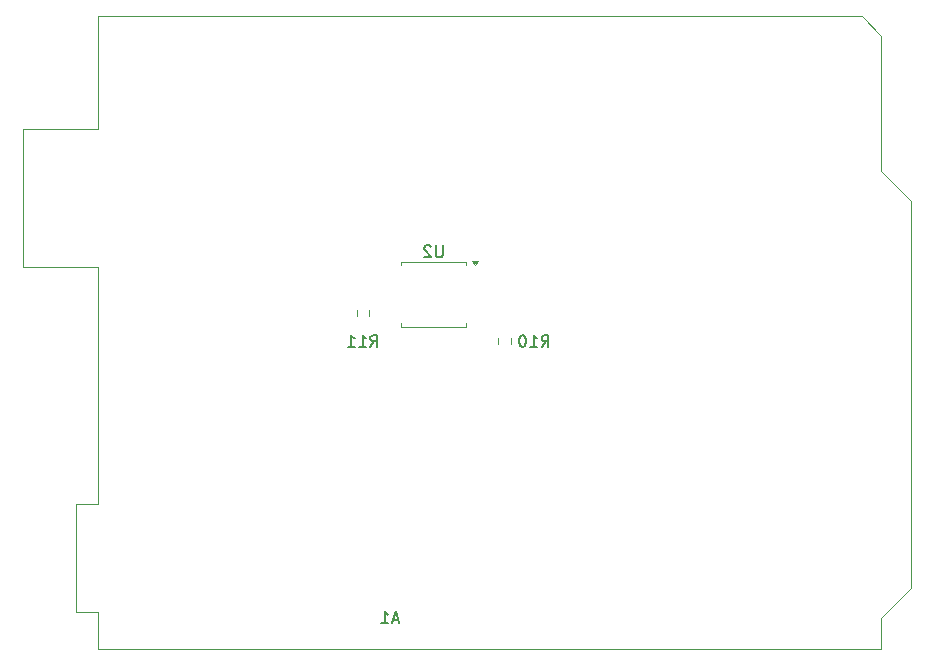
<source format=gbo>
%TF.GenerationSoftware,KiCad,Pcbnew,8.0.5*%
%TF.CreationDate,2024-09-24T00:06:34+02:00*%
%TF.ProjectId,PicoShield,5069636f-5368-4696-956c-642e6b696361,rev?*%
%TF.SameCoordinates,Original*%
%TF.FileFunction,Legend,Bot*%
%TF.FilePolarity,Positive*%
%FSLAX46Y46*%
G04 Gerber Fmt 4.6, Leading zero omitted, Abs format (unit mm)*
G04 Created by KiCad (PCBNEW 8.0.5) date 2024-09-24 00:06:34*
%MOMM*%
%LPD*%
G01*
G04 APERTURE LIST*
%ADD10C,0.150000*%
%ADD11C,0.120000*%
G04 APERTURE END LIST*
D10*
X141506485Y-76572304D02*
X141030295Y-76572304D01*
X141601723Y-76858019D02*
X141268390Y-75858019D01*
X141268390Y-75858019D02*
X140935057Y-76858019D01*
X140077914Y-76858019D02*
X140649342Y-76858019D01*
X140363628Y-76858019D02*
X140363628Y-75858019D01*
X140363628Y-75858019D02*
X140458866Y-76000876D01*
X140458866Y-76000876D02*
X140554104Y-76096114D01*
X140554104Y-76096114D02*
X140649342Y-76143733D01*
X145261904Y-44864819D02*
X145261904Y-45674342D01*
X145261904Y-45674342D02*
X145214285Y-45769580D01*
X145214285Y-45769580D02*
X145166666Y-45817200D01*
X145166666Y-45817200D02*
X145071428Y-45864819D01*
X145071428Y-45864819D02*
X144880952Y-45864819D01*
X144880952Y-45864819D02*
X144785714Y-45817200D01*
X144785714Y-45817200D02*
X144738095Y-45769580D01*
X144738095Y-45769580D02*
X144690476Y-45674342D01*
X144690476Y-45674342D02*
X144690476Y-44864819D01*
X144261904Y-44960057D02*
X144214285Y-44912438D01*
X144214285Y-44912438D02*
X144119047Y-44864819D01*
X144119047Y-44864819D02*
X143880952Y-44864819D01*
X143880952Y-44864819D02*
X143785714Y-44912438D01*
X143785714Y-44912438D02*
X143738095Y-44960057D01*
X143738095Y-44960057D02*
X143690476Y-45055295D01*
X143690476Y-45055295D02*
X143690476Y-45150533D01*
X143690476Y-45150533D02*
X143738095Y-45293390D01*
X143738095Y-45293390D02*
X144309523Y-45864819D01*
X144309523Y-45864819D02*
X143690476Y-45864819D01*
X139142857Y-53454819D02*
X139476190Y-52978628D01*
X139714285Y-53454819D02*
X139714285Y-52454819D01*
X139714285Y-52454819D02*
X139333333Y-52454819D01*
X139333333Y-52454819D02*
X139238095Y-52502438D01*
X139238095Y-52502438D02*
X139190476Y-52550057D01*
X139190476Y-52550057D02*
X139142857Y-52645295D01*
X139142857Y-52645295D02*
X139142857Y-52788152D01*
X139142857Y-52788152D02*
X139190476Y-52883390D01*
X139190476Y-52883390D02*
X139238095Y-52931009D01*
X139238095Y-52931009D02*
X139333333Y-52978628D01*
X139333333Y-52978628D02*
X139714285Y-52978628D01*
X138190476Y-53454819D02*
X138761904Y-53454819D01*
X138476190Y-53454819D02*
X138476190Y-52454819D01*
X138476190Y-52454819D02*
X138571428Y-52597676D01*
X138571428Y-52597676D02*
X138666666Y-52692914D01*
X138666666Y-52692914D02*
X138761904Y-52740533D01*
X137238095Y-53454819D02*
X137809523Y-53454819D01*
X137523809Y-53454819D02*
X137523809Y-52454819D01*
X137523809Y-52454819D02*
X137619047Y-52597676D01*
X137619047Y-52597676D02*
X137714285Y-52692914D01*
X137714285Y-52692914D02*
X137809523Y-52740533D01*
X153642857Y-53454819D02*
X153976190Y-52978628D01*
X154214285Y-53454819D02*
X154214285Y-52454819D01*
X154214285Y-52454819D02*
X153833333Y-52454819D01*
X153833333Y-52454819D02*
X153738095Y-52502438D01*
X153738095Y-52502438D02*
X153690476Y-52550057D01*
X153690476Y-52550057D02*
X153642857Y-52645295D01*
X153642857Y-52645295D02*
X153642857Y-52788152D01*
X153642857Y-52788152D02*
X153690476Y-52883390D01*
X153690476Y-52883390D02*
X153738095Y-52931009D01*
X153738095Y-52931009D02*
X153833333Y-52978628D01*
X153833333Y-52978628D02*
X154214285Y-52978628D01*
X152690476Y-53454819D02*
X153261904Y-53454819D01*
X152976190Y-53454819D02*
X152976190Y-52454819D01*
X152976190Y-52454819D02*
X153071428Y-52597676D01*
X153071428Y-52597676D02*
X153166666Y-52692914D01*
X153166666Y-52692914D02*
X153261904Y-52740533D01*
X152071428Y-52454819D02*
X151976190Y-52454819D01*
X151976190Y-52454819D02*
X151880952Y-52502438D01*
X151880952Y-52502438D02*
X151833333Y-52550057D01*
X151833333Y-52550057D02*
X151785714Y-52645295D01*
X151785714Y-52645295D02*
X151738095Y-52835771D01*
X151738095Y-52835771D02*
X151738095Y-53073866D01*
X151738095Y-53073866D02*
X151785714Y-53264342D01*
X151785714Y-53264342D02*
X151833333Y-53359580D01*
X151833333Y-53359580D02*
X151880952Y-53407200D01*
X151880952Y-53407200D02*
X151976190Y-53454819D01*
X151976190Y-53454819D02*
X152071428Y-53454819D01*
X152071428Y-53454819D02*
X152166666Y-53407200D01*
X152166666Y-53407200D02*
X152214285Y-53359580D01*
X152214285Y-53359580D02*
X152261904Y-53264342D01*
X152261904Y-53264342D02*
X152309523Y-53073866D01*
X152309523Y-53073866D02*
X152309523Y-52835771D01*
X152309523Y-52835771D02*
X152261904Y-52645295D01*
X152261904Y-52645295D02*
X152214285Y-52550057D01*
X152214285Y-52550057D02*
X152166666Y-52502438D01*
X152166666Y-52502438D02*
X152071428Y-52454819D01*
D11*
%TO.C,A1*%
X109725000Y-35003200D02*
X116075000Y-35003200D01*
X109725000Y-46683200D02*
X109725000Y-35003200D01*
X114175000Y-66753200D02*
X116075000Y-66753200D01*
X114175000Y-75893200D02*
X114175000Y-66753200D01*
X116075000Y-25473200D02*
X180725000Y-25473200D01*
X116075000Y-35003200D02*
X116075000Y-25473200D01*
X116075000Y-46683200D02*
X109725000Y-46683200D01*
X116075000Y-66753200D02*
X116075000Y-46683200D01*
X116075000Y-75893200D02*
X114175000Y-75893200D01*
X116075000Y-79073200D02*
X116075000Y-75893200D01*
X180725000Y-25473200D02*
X182375000Y-27123200D01*
X182375000Y-27123200D02*
X182375000Y-38553200D01*
X182375000Y-38553200D02*
X184915000Y-41093200D01*
X182375000Y-76403200D02*
X182375000Y-79073200D01*
X182375000Y-79073200D02*
X116075000Y-79073200D01*
X184915000Y-41093200D02*
X184915000Y-73863200D01*
X184915000Y-73863200D02*
X182375000Y-76403200D01*
%TO.C,U2*%
X141752500Y-46252500D02*
X144500000Y-46252500D01*
X141752500Y-46535000D02*
X141752500Y-46252500D01*
X141752500Y-51465000D02*
X141752500Y-51747500D01*
X141752500Y-51747500D02*
X144500000Y-51747500D01*
X147247500Y-46252500D02*
X144500000Y-46252500D01*
X147247500Y-46535000D02*
X147247500Y-46252500D01*
X147247500Y-51465000D02*
X147247500Y-51747500D01*
X147247500Y-51747500D02*
X144500000Y-51747500D01*
X148018750Y-46535000D02*
X147778750Y-46205000D01*
X148258750Y-46205000D01*
X148018750Y-46535000D01*
G36*
X148018750Y-46535000D02*
G01*
X147778750Y-46205000D01*
X148258750Y-46205000D01*
X148018750Y-46535000D01*
G37*
%TO.C,R11*%
X137977500Y-50842224D02*
X137977500Y-50332776D01*
X139022500Y-50842224D02*
X139022500Y-50332776D01*
%TO.C,R10*%
X149977500Y-53254724D02*
X149977500Y-52745276D01*
X151022500Y-53254724D02*
X151022500Y-52745276D01*
%TD*%
M02*

</source>
